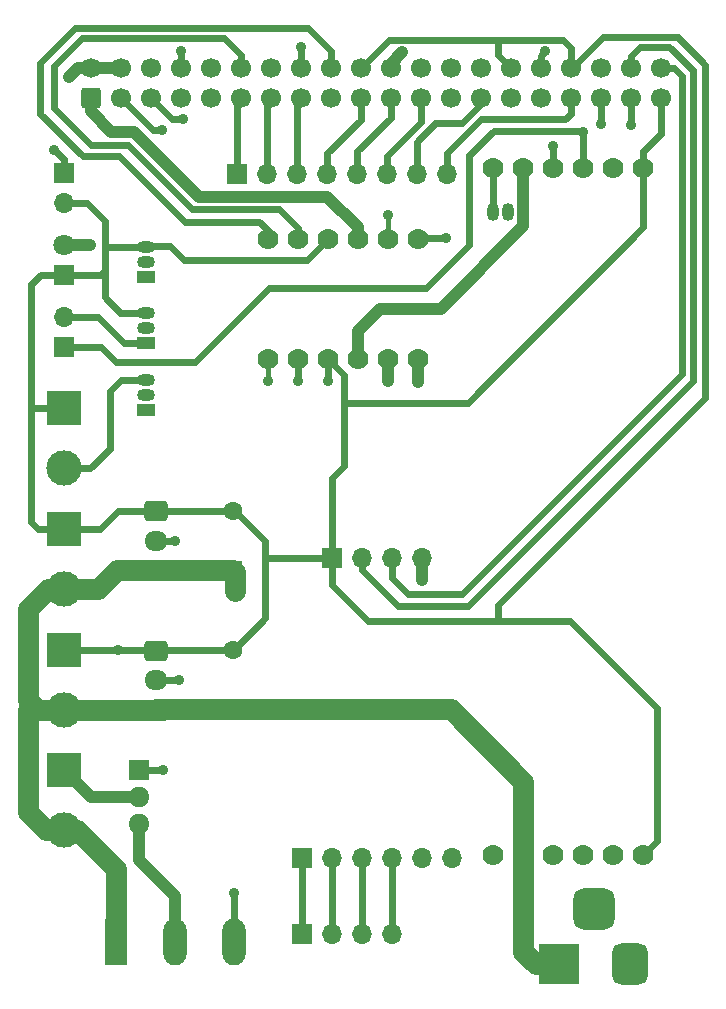
<source format=gbl>
G04 #@! TF.GenerationSoftware,KiCad,Pcbnew,(6.0.9)*
G04 #@! TF.CreationDate,2022-12-02T16:16:04-05:00*
G04 #@! TF.ProjectId,Roboshot,526f626f-7368-46f7-942e-6b696361645f,rev?*
G04 #@! TF.SameCoordinates,Original*
G04 #@! TF.FileFunction,Copper,L2,Bot*
G04 #@! TF.FilePolarity,Positive*
%FSLAX46Y46*%
G04 Gerber Fmt 4.6, Leading zero omitted, Abs format (unit mm)*
G04 Created by KiCad (PCBNEW (6.0.9)) date 2022-12-02 16:16:04*
%MOMM*%
%LPD*%
G01*
G04 APERTURE LIST*
G04 Aperture macros list*
%AMRoundRect*
0 Rectangle with rounded corners*
0 $1 Rounding radius*
0 $2 $3 $4 $5 $6 $7 $8 $9 X,Y pos of 4 corners*
0 Add a 4 corners polygon primitive as box body*
4,1,4,$2,$3,$4,$5,$6,$7,$8,$9,$2,$3,0*
0 Add four circle primitives for the rounded corners*
1,1,$1+$1,$2,$3*
1,1,$1+$1,$4,$5*
1,1,$1+$1,$6,$7*
1,1,$1+$1,$8,$9*
0 Add four rect primitives between the rounded corners*
20,1,$1+$1,$2,$3,$4,$5,0*
20,1,$1+$1,$4,$5,$6,$7,0*
20,1,$1+$1,$6,$7,$8,$9,0*
20,1,$1+$1,$8,$9,$2,$3,0*%
G04 Aperture macros list end*
G04 #@! TA.AperFunction,ComponentPad*
%ADD10R,3.000000X3.000000*%
G04 #@! TD*
G04 #@! TA.AperFunction,ComponentPad*
%ADD11C,3.000000*%
G04 #@! TD*
G04 #@! TA.AperFunction,ComponentPad*
%ADD12O,1.700000X1.700000*%
G04 #@! TD*
G04 #@! TA.AperFunction,ComponentPad*
%ADD13R,1.700000X1.700000*%
G04 #@! TD*
G04 #@! TA.AperFunction,ComponentPad*
%ADD14R,1.980000X3.960000*%
G04 #@! TD*
G04 #@! TA.AperFunction,ComponentPad*
%ADD15O,1.980000X3.960000*%
G04 #@! TD*
G04 #@! TA.AperFunction,ComponentPad*
%ADD16R,1.500000X1.050000*%
G04 #@! TD*
G04 #@! TA.AperFunction,ComponentPad*
%ADD17O,1.500000X1.050000*%
G04 #@! TD*
G04 #@! TA.AperFunction,ComponentPad*
%ADD18C,1.778000*%
G04 #@! TD*
G04 #@! TA.AperFunction,ComponentPad*
%ADD19R,1.800000X1.714500*%
G04 #@! TD*
G04 #@! TA.AperFunction,ComponentPad*
%ADD20O,1.800000X1.714500*%
G04 #@! TD*
G04 #@! TA.AperFunction,ComponentPad*
%ADD21R,1.800000X1.800000*%
G04 #@! TD*
G04 #@! TA.AperFunction,ComponentPad*
%ADD22C,1.800000*%
G04 #@! TD*
G04 #@! TA.AperFunction,ComponentPad*
%ADD23R,1.600000X1.600000*%
G04 #@! TD*
G04 #@! TA.AperFunction,ComponentPad*
%ADD24C,1.600000*%
G04 #@! TD*
G04 #@! TA.AperFunction,ComponentPad*
%ADD25RoundRect,0.250000X0.600000X-0.600000X0.600000X0.600000X-0.600000X0.600000X-0.600000X-0.600000X0*%
G04 #@! TD*
G04 #@! TA.AperFunction,ComponentPad*
%ADD26C,1.700000*%
G04 #@! TD*
G04 #@! TA.AperFunction,ComponentPad*
%ADD27R,3.500000X3.500000*%
G04 #@! TD*
G04 #@! TA.AperFunction,ComponentPad*
%ADD28RoundRect,0.750000X0.750000X1.000000X-0.750000X1.000000X-0.750000X-1.000000X0.750000X-1.000000X0*%
G04 #@! TD*
G04 #@! TA.AperFunction,ComponentPad*
%ADD29RoundRect,0.875000X0.875000X0.875000X-0.875000X0.875000X-0.875000X-0.875000X0.875000X-0.875000X0*%
G04 #@! TD*
G04 #@! TA.AperFunction,ComponentPad*
%ADD30RoundRect,0.250000X-0.725000X0.600000X-0.725000X-0.600000X0.725000X-0.600000X0.725000X0.600000X0*%
G04 #@! TD*
G04 #@! TA.AperFunction,ComponentPad*
%ADD31O,1.950000X1.700000*%
G04 #@! TD*
G04 #@! TA.AperFunction,ComponentPad*
%ADD32R,1.050000X1.500000*%
G04 #@! TD*
G04 #@! TA.AperFunction,ComponentPad*
%ADD33O,1.050000X1.500000*%
G04 #@! TD*
G04 #@! TA.AperFunction,ViaPad*
%ADD34C,0.900000*%
G04 #@! TD*
G04 #@! TA.AperFunction,ViaPad*
%ADD35C,1.000000*%
G04 #@! TD*
G04 #@! TA.AperFunction,Conductor*
%ADD36C,0.600000*%
G04 #@! TD*
G04 #@! TA.AperFunction,Conductor*
%ADD37C,1.016000*%
G04 #@! TD*
G04 #@! TA.AperFunction,Conductor*
%ADD38C,1.778000*%
G04 #@! TD*
G04 #@! TA.AperFunction,Conductor*
%ADD39C,0.400000*%
G04 #@! TD*
G04 APERTURE END LIST*
D10*
X81076800Y-165228900D03*
D11*
X81076800Y-170308900D03*
D10*
X81076800Y-134620000D03*
D11*
X81076800Y-139700000D03*
D12*
X108864400Y-172696500D03*
X106324400Y-172696500D03*
X113944400Y-172696500D03*
X111404400Y-172696500D03*
X106324400Y-147296500D03*
D13*
X101244400Y-172696500D03*
D12*
X103784400Y-172696500D03*
D13*
X103784400Y-147296500D03*
D12*
X108864400Y-147296500D03*
X111404400Y-147296500D03*
D14*
X85496400Y-179832000D03*
D15*
X90496400Y-179832000D03*
X95496400Y-179832000D03*
D16*
X88037000Y-134748900D03*
D17*
X88037000Y-133478900D03*
X88037000Y-132208900D03*
D10*
X81076800Y-155041600D03*
D11*
X81076800Y-160121600D03*
D18*
X130149600Y-114225700D03*
X130149600Y-172391700D03*
X127609600Y-114225700D03*
X127609600Y-172391700D03*
X125069600Y-114225700D03*
X125069600Y-172391700D03*
X122529600Y-114225700D03*
X122529600Y-172391700D03*
X117449600Y-114225700D03*
X117449600Y-172391700D03*
X119989600Y-114225700D03*
X119989600Y-172391700D03*
D19*
X87425600Y-165247700D03*
D20*
X87425600Y-167533700D03*
X87425600Y-169819700D03*
D21*
X81076800Y-123291600D03*
D22*
X81076800Y-120751600D03*
D16*
X88032600Y-129059300D03*
D17*
X88032600Y-127789300D03*
X88032600Y-126519300D03*
D23*
X95402400Y-148300251D03*
D24*
X95402400Y-143300251D03*
D13*
X101244400Y-179148100D03*
D12*
X103784400Y-179148100D03*
X106324400Y-179148100D03*
X108864400Y-179148100D03*
D25*
X83362800Y-108332900D03*
D26*
X83362800Y-105792900D03*
X85902800Y-108332900D03*
X85902800Y-105792900D03*
X88442800Y-108332900D03*
X88442800Y-105792900D03*
X90982800Y-108332900D03*
X90982800Y-105792900D03*
X93522800Y-108332900D03*
X93522800Y-105792900D03*
X96062800Y-108332900D03*
X96062800Y-105792900D03*
X98602800Y-108332900D03*
X98602800Y-105792900D03*
X101142800Y-108332900D03*
X101142800Y-105792900D03*
X103682800Y-108332900D03*
X103682800Y-105792900D03*
X106222800Y-108332900D03*
X106222800Y-105792900D03*
X108762800Y-108332900D03*
X108762800Y-105792900D03*
X111302800Y-108332900D03*
X111302800Y-105792900D03*
X113842800Y-108332900D03*
X113842800Y-105792900D03*
X116382800Y-108332900D03*
X116382800Y-105792900D03*
X118922800Y-108332900D03*
X118922800Y-105792900D03*
X121462800Y-108332900D03*
X121462800Y-105792900D03*
X124002800Y-108332900D03*
X124002800Y-105792900D03*
X126542800Y-108332900D03*
X126542800Y-105792900D03*
X129082800Y-108332900D03*
X129082800Y-105792900D03*
X131622800Y-108332900D03*
X131622800Y-105792900D03*
D16*
X88032600Y-123471300D03*
D17*
X88032600Y-122201300D03*
X88032600Y-120931300D03*
D27*
X122981200Y-181680400D03*
D28*
X128981200Y-181680400D03*
D29*
X125981200Y-176980400D03*
D13*
X95758000Y-114784500D03*
D12*
X98298000Y-114784500D03*
X100838000Y-114784500D03*
X103378000Y-114784500D03*
X105918000Y-114784500D03*
X108458000Y-114784500D03*
X110998000Y-114784500D03*
X113538000Y-114784500D03*
D10*
X81076800Y-144830800D03*
D11*
X81076800Y-149910800D03*
D30*
X88849200Y-155121600D03*
D31*
X88849200Y-157621600D03*
X88849200Y-160121600D03*
D32*
X119989600Y-117957600D03*
D33*
X118719600Y-117957600D03*
X117449600Y-117957600D03*
D13*
X81076800Y-129387600D03*
D12*
X81076800Y-126847600D03*
D18*
X103416100Y-130412800D03*
X103416100Y-120252800D03*
X105956100Y-130412800D03*
X111036100Y-130412800D03*
X108496100Y-130412800D03*
X100876100Y-130412800D03*
X98336100Y-130412800D03*
X105956100Y-120252800D03*
X111036100Y-120252800D03*
X108496100Y-120252800D03*
X100876100Y-120252800D03*
X98336100Y-120252800D03*
D13*
X81076800Y-114677900D03*
D12*
X81076800Y-117217900D03*
D30*
X88900000Y-143306800D03*
D31*
X88900000Y-145806800D03*
X88900000Y-148306800D03*
D23*
X95402400Y-160085851D03*
D24*
X95402400Y-155085851D03*
D34*
X122529600Y-112369600D03*
X125069600Y-111226600D03*
X81534950Y-106553950D03*
X90982800Y-104343200D03*
X101142800Y-104014900D03*
X126542800Y-110515400D03*
X129082800Y-110591600D03*
X121844750Y-104394950D03*
X109753400Y-104470200D03*
X89357200Y-111023400D03*
X91186000Y-110109000D03*
X80289400Y-112725200D03*
X83286600Y-120751600D03*
X111036100Y-132346700D03*
X108496100Y-132295900D03*
X90534500Y-145812500D03*
X111379000Y-149123400D03*
X95580200Y-150063200D03*
X103416100Y-132270500D03*
X100888800Y-132283200D03*
X98336100Y-132270500D03*
D35*
X105956100Y-128054100D03*
D34*
X113434500Y-120220100D03*
X108508800Y-118262400D03*
D35*
X85576400Y-148306800D03*
D34*
X90830400Y-157581600D03*
X89458800Y-165252400D03*
X95504000Y-175666400D03*
X87425600Y-171857600D03*
X85663400Y-155030800D03*
D36*
X122529600Y-112369600D02*
X122529600Y-114225700D01*
X125069600Y-111226600D02*
X125069600Y-114225700D01*
X84197200Y-129387600D02*
X81076800Y-129387600D01*
X85518000Y-130708400D02*
X84197200Y-129387600D01*
X111760000Y-124460000D02*
X98450400Y-124460000D01*
X98450400Y-124460000D02*
X92202000Y-130708400D01*
X115417600Y-120802400D02*
X111760000Y-124460000D01*
X115417600Y-113182400D02*
X115417600Y-120802400D01*
X117475000Y-111125000D02*
X115417600Y-113182400D01*
X92202000Y-130708400D02*
X85518000Y-130708400D01*
X124968000Y-111125000D02*
X117475000Y-111125000D01*
X125069600Y-111226600D02*
X124968000Y-111125000D01*
X116382800Y-108864400D02*
X116382800Y-108332900D01*
X114757200Y-110490000D02*
X116382800Y-108864400D01*
X110998000Y-112039400D02*
X112547400Y-110490000D01*
X112547400Y-110490000D02*
X114757200Y-110490000D01*
X110998000Y-114784500D02*
X110998000Y-112039400D01*
X116382800Y-110134400D02*
X113538000Y-112979200D01*
X123545600Y-110134400D02*
X116382800Y-110134400D01*
X113538000Y-112979200D02*
X113538000Y-114784500D01*
X124002800Y-109677200D02*
X123545600Y-110134400D01*
X124002800Y-108332900D02*
X124002800Y-109677200D01*
X88593300Y-111023400D02*
X85902800Y-108332900D01*
X89357200Y-111023400D02*
X88593300Y-111023400D01*
X90218900Y-110109000D02*
X88442800Y-108332900D01*
X91186000Y-110109000D02*
X90218900Y-110109000D01*
X99286700Y-117754400D02*
X100876100Y-119343800D01*
X86487000Y-112318800D02*
X91922600Y-117754400D01*
X80264000Y-109194600D02*
X83388200Y-112318800D01*
X80264000Y-105664000D02*
X80264000Y-109194600D01*
X83388200Y-112318800D02*
X86487000Y-112318800D01*
X100876100Y-119343800D02*
X100876100Y-120252800D01*
X94613100Y-103276400D02*
X82651600Y-103276400D01*
X96062800Y-105792900D02*
X96062800Y-104726100D01*
X96062800Y-104726100D02*
X94613100Y-103276400D01*
X91922600Y-117754400D02*
X99286700Y-117754400D01*
X82651600Y-103276400D02*
X80264000Y-105664000D01*
X103682800Y-104319700D02*
X103682800Y-105792900D01*
X101750500Y-102387400D02*
X103682800Y-104319700D01*
X82067400Y-102387400D02*
X101750500Y-102387400D01*
X79095600Y-109677200D02*
X79095600Y-105359200D01*
X85775800Y-113284000D02*
X82702400Y-113284000D01*
X82702400Y-113284000D02*
X79095600Y-109677200D01*
X91313000Y-118821200D02*
X85775800Y-113284000D01*
X97637600Y-118821200D02*
X91313000Y-118821200D01*
X98336100Y-119519700D02*
X97637600Y-118821200D01*
X98336100Y-120252800D02*
X98336100Y-119519700D01*
X79095600Y-105359200D02*
X82067400Y-102387400D01*
X81076800Y-113512600D02*
X81076800Y-114677900D01*
X80289400Y-112725200D02*
X81076800Y-113512600D01*
D37*
X82296000Y-105792900D02*
X81534950Y-106553950D01*
X83362800Y-105792900D02*
X82296000Y-105792900D01*
D36*
X90982800Y-105792900D02*
X90982800Y-104343200D01*
X101142800Y-104014900D02*
X101142800Y-105792900D01*
X126542800Y-108332900D02*
X126542800Y-110515400D01*
X129082800Y-108332900D02*
X129082800Y-110591600D01*
X130149600Y-112826800D02*
X130149600Y-114225700D01*
X131622800Y-111353600D02*
X130149600Y-112826800D01*
X131622800Y-108332900D02*
X131622800Y-111353600D01*
X121844750Y-104394950D02*
X121462800Y-104776900D01*
X121462800Y-104776900D02*
X121462800Y-105792900D01*
X123333900Y-103394900D02*
X118719600Y-103394900D01*
X124028200Y-104089200D02*
X123333900Y-103394900D01*
X124028200Y-105740200D02*
X124028200Y-104089200D01*
X124002800Y-105765600D02*
X124028200Y-105740200D01*
X124002800Y-105792900D02*
X124002800Y-105765600D01*
D37*
X108762800Y-105460800D02*
X109753400Y-104470200D01*
X108762800Y-105792900D02*
X108762800Y-105460800D01*
X87020400Y-111175800D02*
X85115400Y-111175800D01*
X85115400Y-111175800D02*
X83362800Y-109423200D01*
X92532200Y-116687600D02*
X87020400Y-111175800D01*
X103350700Y-116687600D02*
X92532200Y-116687600D01*
X83362800Y-109423200D02*
X83362800Y-108332900D01*
X105956100Y-119293000D02*
X103350700Y-116687600D01*
X105956100Y-120252800D02*
X105956100Y-119293000D01*
X81076800Y-120751600D02*
X83286600Y-120751600D01*
X111036100Y-130412800D02*
X111036100Y-132346700D01*
X108496100Y-130412800D02*
X108496100Y-132295900D01*
D36*
X88905700Y-145812500D02*
X88900000Y-145806800D01*
X90534500Y-145812500D02*
X88905700Y-145812500D01*
D37*
X111404400Y-149098000D02*
X111379000Y-149123400D01*
X111404400Y-147296500D02*
X111404400Y-149098000D01*
D38*
X95580200Y-148478051D02*
X95580200Y-150063200D01*
X95402400Y-148300251D02*
X95580200Y-148478051D01*
D36*
X103416100Y-130412800D02*
X103416100Y-132270500D01*
X100876100Y-132270500D02*
X100888800Y-132283200D01*
X100876100Y-130412800D02*
X100876100Y-132270500D01*
D39*
X98336100Y-130412800D02*
X98336100Y-132270500D01*
D37*
X113006500Y-126187200D02*
X119989600Y-119204100D01*
X119989600Y-119204100D02*
X119989600Y-114225700D01*
X107823000Y-126187200D02*
X113006500Y-126187200D01*
X105956100Y-128054100D02*
X107823000Y-126187200D01*
X105956100Y-130412800D02*
X105956100Y-128054100D01*
D36*
X111068800Y-120220100D02*
X111036100Y-120252800D01*
X113434500Y-120220100D02*
X111068800Y-120220100D01*
D39*
X108496100Y-118275100D02*
X108508800Y-118262400D01*
X108496100Y-120252800D02*
X108496100Y-118275100D01*
D36*
X88889200Y-157581600D02*
X88849200Y-157621600D01*
X90830400Y-157581600D02*
X88889200Y-157581600D01*
X89458800Y-165252400D02*
X89454100Y-165247700D01*
X89454100Y-165247700D02*
X87425600Y-165247700D01*
X95496400Y-175674000D02*
X95496400Y-179832000D01*
X95504000Y-175666400D02*
X95496400Y-175674000D01*
D37*
X87425600Y-171857600D02*
X87425600Y-172820400D01*
X87425600Y-170033400D02*
X87425600Y-171857600D01*
D36*
X85663400Y-155030800D02*
X81087600Y-155030800D01*
X95457451Y-155030800D02*
X85663400Y-155030800D01*
X88093800Y-120870100D02*
X88032600Y-120931300D01*
X98145600Y-145846800D02*
X98145600Y-152342651D01*
X104800400Y-134196600D02*
X104800400Y-139513700D01*
X103416100Y-120252800D02*
X103416100Y-120256300D01*
X91236800Y-122038500D02*
X90068400Y-120870100D01*
X84529300Y-122910600D02*
X84529300Y-122353700D01*
X101633900Y-122038500D02*
X91236800Y-122038500D01*
X135382000Y-105511600D02*
X135382000Y-133756400D01*
X103416100Y-130412800D02*
X103416100Y-130441700D01*
X135382000Y-133756400D02*
X117881400Y-151257000D01*
D37*
X87425600Y-172820400D02*
X90496400Y-175891200D01*
D36*
X103416100Y-130441700D02*
X104800400Y-131826000D01*
X133045200Y-103174800D02*
X135382000Y-105511600D01*
X103784400Y-147296500D02*
X103784400Y-149606000D01*
X118922800Y-105792900D02*
X117856000Y-104726100D01*
X123952000Y-152654000D02*
X131318000Y-160020000D01*
X81076800Y-123291600D02*
X84148300Y-123291600D01*
X84148300Y-123291600D02*
X84529300Y-122910600D01*
X84529300Y-118745000D02*
X84529300Y-122353700D01*
X106246300Y-105792900D02*
X106222800Y-105792900D01*
X85850100Y-126519300D02*
X84529300Y-125198500D01*
X124077100Y-105792900D02*
X126695200Y-103174800D01*
X78333600Y-131521200D02*
X78333600Y-134620000D01*
X78333600Y-144272000D02*
X78333600Y-124104400D01*
X95140402Y-143300251D02*
X95152651Y-143312500D01*
D37*
X90496400Y-175891200D02*
X90496400Y-179882800D01*
D36*
X103784400Y-147296500D02*
X98196400Y-147296500D01*
X81076800Y-117217900D02*
X83002200Y-117217900D01*
X104817300Y-134179700D02*
X104800400Y-134196600D01*
X103784400Y-149606000D02*
X106832400Y-152654000D01*
X98145600Y-152342651D02*
X95457451Y-155030800D01*
X130149600Y-114225700D02*
X130149600Y-119295300D01*
X90068400Y-120870100D02*
X88093800Y-120870100D01*
X106832400Y-152654000D02*
X118110000Y-152654000D01*
X81076800Y-144830800D02*
X84175600Y-144830800D01*
X84175600Y-144830800D02*
X85706149Y-143300251D01*
X124002800Y-105792900D02*
X124077100Y-105792900D01*
X118110000Y-152654000D02*
X123952000Y-152654000D01*
X83002200Y-117217900D02*
X84529300Y-118745000D01*
X117881400Y-151257000D02*
X117881400Y-152425400D01*
X117856000Y-104726100D02*
X117856000Y-103394900D01*
X81087600Y-155030800D02*
X81076800Y-155041600D01*
X84529300Y-125198500D02*
X84529300Y-122910600D01*
X117881400Y-152425400D02*
X118110000Y-152654000D01*
X79146400Y-123291600D02*
X81076800Y-123291600D01*
X78892400Y-144830800D02*
X78333600Y-144272000D01*
X84529300Y-122353700D02*
X84529300Y-120933200D01*
X84529300Y-120933200D02*
X84531200Y-120931300D01*
X88032600Y-126519300D02*
X85850100Y-126519300D01*
X131318000Y-160020000D02*
X131318000Y-171223300D01*
X115265200Y-134179700D02*
X104817300Y-134179700D01*
X85706149Y-143300251D02*
X95140402Y-143300251D01*
X118719600Y-103394900D02*
X108644300Y-103394900D01*
X84531200Y-120931300D02*
X88032600Y-120931300D01*
X103416100Y-120256300D02*
X101633900Y-122038500D01*
X104800400Y-139513700D02*
X103784400Y-140529700D01*
X131318000Y-171223300D02*
X130149600Y-172391700D01*
X81076800Y-144830800D02*
X78892400Y-144830800D01*
X108644300Y-103394900D02*
X106246300Y-105792900D01*
X103784400Y-140529700D02*
X103784400Y-147296500D01*
X117856000Y-103394900D02*
X118719600Y-103394900D01*
X95402400Y-143103600D02*
X98145600Y-145846800D01*
X126695200Y-103174800D02*
X133045200Y-103174800D01*
X130149600Y-119295300D02*
X115265200Y-134179700D01*
X78333600Y-134620000D02*
X81076800Y-134620000D01*
X104800400Y-131826000D02*
X104800400Y-134162800D01*
X78333600Y-124104400D02*
X79146400Y-123291600D01*
X96062800Y-108332900D02*
X95758000Y-108637700D01*
X95758000Y-108637700D02*
X95758000Y-114784500D01*
X98298000Y-114784500D02*
X98298000Y-108637700D01*
X98298000Y-108637700D02*
X98602800Y-108332900D01*
X101142800Y-108332900D02*
X100838000Y-108637700D01*
X100838000Y-108637700D02*
X100838000Y-114784500D01*
X103378000Y-113006500D02*
X106222800Y-110161700D01*
X106222800Y-110161700D02*
X106222800Y-108332900D01*
X103378000Y-114784500D02*
X103378000Y-113006500D01*
X105918000Y-112854100D02*
X108762800Y-110009300D01*
X108762800Y-110009300D02*
X108762800Y-108332900D01*
X105918000Y-114784500D02*
X105918000Y-112854100D01*
X111302800Y-110364900D02*
X111302800Y-108332900D01*
X108458000Y-113209700D02*
X111302800Y-110364900D01*
X108458000Y-114784500D02*
X108458000Y-113209700D01*
X101244400Y-172696500D02*
X101244400Y-179148100D01*
X103784400Y-172696500D02*
X103784400Y-179148100D01*
X106324400Y-172696500D02*
X106324400Y-179148100D01*
X108864400Y-172696500D02*
X108864400Y-179148100D01*
X83312000Y-139700000D02*
X84988400Y-138023600D01*
X84988400Y-138023600D02*
X84988400Y-133146800D01*
X81125700Y-138508100D02*
X81098900Y-138534900D01*
X84988400Y-133146800D02*
X85926300Y-132208900D01*
X81076800Y-139700000D02*
X83312000Y-139700000D01*
X85926300Y-132208900D02*
X88037000Y-132208900D01*
X81125700Y-138508100D02*
X81104100Y-138508100D01*
D37*
X83387300Y-167539400D02*
X81076800Y-165228900D01*
X87217600Y-167539400D02*
X83387300Y-167539400D01*
D36*
X86154900Y-129059300D02*
X88032600Y-129059300D01*
X83943200Y-126847600D02*
X86154900Y-129059300D01*
X81076800Y-126847600D02*
X83943200Y-126847600D01*
X117449600Y-114225700D02*
X117449600Y-118086500D01*
D38*
X119989600Y-180644800D02*
X119989600Y-172391700D01*
D37*
X89458800Y-160121600D02*
X88940000Y-160121600D01*
D38*
X82221700Y-170308900D02*
X81561300Y-170308900D01*
X78028800Y-159302232D02*
X78848168Y-160121600D01*
D37*
X88940000Y-160121600D02*
X88849200Y-160030800D01*
D38*
X88900000Y-148306800D02*
X85576400Y-148306800D01*
D36*
X88849200Y-160070800D02*
X88849200Y-160030800D01*
D37*
X83046500Y-105799800D02*
X85586500Y-105799800D01*
D38*
X121025200Y-181680400D02*
X119989600Y-180644800D01*
X85576400Y-148306800D02*
X83972400Y-149910800D01*
D37*
X78435200Y-159708632D02*
X78797368Y-160070800D01*
D38*
X95390151Y-148312500D02*
X88905700Y-148312500D01*
X119989600Y-166217600D02*
X113857851Y-160085851D01*
X81076800Y-170308900D02*
X79580100Y-170308900D01*
X79580100Y-170308900D02*
X78028800Y-168757600D01*
X122981200Y-181680400D02*
X121025200Y-181680400D01*
X95387349Y-160070800D02*
X95402400Y-160085851D01*
X119989600Y-172391700D02*
X119989600Y-166217600D01*
X113857851Y-160085851D02*
X95402400Y-160085851D01*
X78028800Y-151638000D02*
X78028800Y-159302232D01*
X79756000Y-149910800D02*
X78028800Y-151638000D01*
X78848168Y-160121600D02*
X89458800Y-160121600D01*
X88905700Y-148312500D02*
X88900000Y-148306800D01*
X81076800Y-149910800D02*
X79756000Y-149910800D01*
X95402400Y-148300251D02*
X95390151Y-148312500D01*
X78848168Y-160121600D02*
X81076800Y-160121600D01*
X83972400Y-149910800D02*
X81076800Y-149910800D01*
X78028800Y-160121600D02*
X81076800Y-160121600D01*
X88849200Y-160070800D02*
X95387349Y-160070800D01*
X85496400Y-173583600D02*
X82221700Y-170308900D01*
X78028800Y-168757600D02*
X78028800Y-160121600D01*
D37*
X78435200Y-159708632D02*
X78848168Y-160121600D01*
D38*
X85496400Y-179832000D02*
X85496400Y-173583600D01*
D36*
X106324400Y-148285200D02*
X106324400Y-147296500D01*
X115316000Y-151309700D02*
X109348900Y-151309700D01*
X129844800Y-104014900D02*
X132334000Y-104014900D01*
X134315200Y-132310500D02*
X115316000Y-151309700D01*
X132334000Y-104014900D02*
X134315200Y-105996100D01*
X129075900Y-105799800D02*
X129075900Y-104783800D01*
X109348900Y-151309700D02*
X106324400Y-148285200D01*
X129075900Y-104783800D02*
X129844800Y-104014900D01*
X134315200Y-105996100D02*
X134315200Y-132310500D01*
X110236000Y-150317200D02*
X114784500Y-150317200D01*
X108864400Y-148945600D02*
X110236000Y-150317200D01*
X114784500Y-150317200D02*
X133400800Y-131700900D01*
X133400800Y-106453300D02*
X132740400Y-105792900D01*
X108864400Y-147296500D02*
X108864400Y-148945600D01*
X133400800Y-131700900D02*
X133400800Y-106453300D01*
X132740400Y-105792900D02*
X132029200Y-105792900D01*
M02*

</source>
